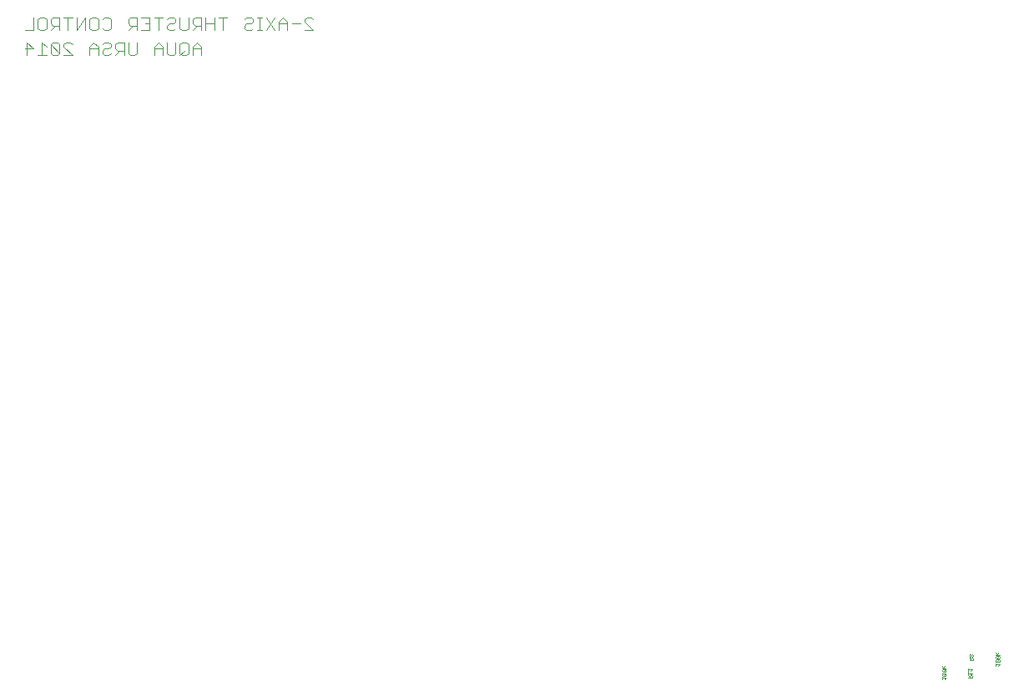
<source format=gbo>
G75*
G70*
%OFA0B0*%
%FSLAX24Y24*%
%IPPOS*%
%LPD*%
%AMOC8*
5,1,8,0,0,1.08239X$1,22.5*
%
%ADD10C,0.0040*%
%ADD11C,0.0010*%
D10*
X004089Y036121D02*
X004089Y036641D01*
X004350Y036381D01*
X004003Y036381D01*
X004518Y036121D02*
X004865Y036121D01*
X004692Y036121D02*
X004692Y036641D01*
X004865Y036468D01*
X005034Y036555D02*
X005381Y036208D01*
X005294Y036121D01*
X005121Y036121D01*
X005034Y036208D01*
X005034Y036555D01*
X005121Y036641D01*
X005294Y036641D01*
X005381Y036555D01*
X005381Y036208D01*
X005550Y036121D02*
X005897Y036121D01*
X005550Y036468D01*
X005550Y036555D01*
X005636Y036641D01*
X005810Y036641D01*
X005897Y036555D01*
X006581Y036468D02*
X006581Y036121D01*
X006581Y036381D02*
X006928Y036381D01*
X006928Y036468D02*
X006754Y036641D01*
X006581Y036468D01*
X006928Y036468D02*
X006928Y036121D01*
X007097Y036208D02*
X007183Y036121D01*
X007357Y036121D01*
X007444Y036208D01*
X007612Y036121D02*
X007786Y036295D01*
X007699Y036295D02*
X007959Y036295D01*
X007959Y036121D02*
X007959Y036641D01*
X007699Y036641D01*
X007612Y036555D01*
X007612Y036381D01*
X007699Y036295D01*
X007444Y036468D02*
X007357Y036381D01*
X007183Y036381D01*
X007097Y036295D01*
X007097Y036208D01*
X007097Y036555D02*
X007183Y036641D01*
X007357Y036641D01*
X007444Y036555D01*
X007444Y036468D01*
X007357Y037121D02*
X007183Y037121D01*
X007097Y037208D01*
X006928Y037208D02*
X006841Y037121D01*
X006668Y037121D01*
X006581Y037208D01*
X006581Y037555D01*
X006668Y037641D01*
X006841Y037641D01*
X006928Y037555D01*
X006928Y037208D01*
X007097Y037555D02*
X007183Y037641D01*
X007357Y037641D01*
X007444Y037555D01*
X007444Y037208D01*
X007357Y037121D01*
X008128Y037121D02*
X008301Y037295D01*
X008215Y037295D02*
X008475Y037295D01*
X008475Y037121D02*
X008475Y037641D01*
X008215Y037641D01*
X008128Y037555D01*
X008128Y037381D01*
X008215Y037295D01*
X008643Y037121D02*
X008990Y037121D01*
X008990Y037641D01*
X008643Y037641D01*
X008817Y037381D02*
X008990Y037381D01*
X009159Y037641D02*
X009506Y037641D01*
X009333Y037641D02*
X009333Y037121D01*
X009675Y037208D02*
X009761Y037121D01*
X009935Y037121D01*
X010022Y037208D01*
X010190Y037208D02*
X010190Y037641D01*
X010022Y037555D02*
X010022Y037468D01*
X009935Y037381D01*
X009761Y037381D01*
X009675Y037295D01*
X009675Y037208D01*
X009675Y037555D02*
X009761Y037641D01*
X009935Y037641D01*
X010022Y037555D01*
X010190Y037208D02*
X010277Y037121D01*
X010451Y037121D01*
X010537Y037208D01*
X010537Y037641D01*
X010706Y037555D02*
X010706Y037381D01*
X010793Y037295D01*
X011053Y037295D01*
X010880Y037295D02*
X010706Y037121D01*
X011053Y037121D02*
X011053Y037641D01*
X010793Y037641D01*
X010706Y037555D01*
X011222Y037641D02*
X011222Y037121D01*
X011222Y037381D02*
X011569Y037381D01*
X011569Y037121D02*
X011569Y037641D01*
X011737Y037641D02*
X012084Y037641D01*
X011911Y037641D02*
X011911Y037121D01*
X012769Y037208D02*
X012855Y037121D01*
X013029Y037121D01*
X013116Y037208D01*
X013286Y037121D02*
X013459Y037121D01*
X013373Y037121D02*
X013373Y037641D01*
X013459Y037641D02*
X013286Y037641D01*
X013116Y037555D02*
X013116Y037468D01*
X013029Y037381D01*
X012855Y037381D01*
X012769Y037295D01*
X012769Y037208D01*
X012769Y037555D02*
X012855Y037641D01*
X013029Y037641D01*
X013116Y037555D01*
X013628Y037641D02*
X013975Y037121D01*
X014144Y037121D02*
X014144Y037468D01*
X014317Y037641D01*
X014491Y037468D01*
X014491Y037121D01*
X014491Y037381D02*
X014144Y037381D01*
X013975Y037641D02*
X013628Y037121D01*
X014659Y037381D02*
X015006Y037381D01*
X015175Y037468D02*
X015175Y037555D01*
X015262Y037641D01*
X015435Y037641D01*
X015522Y037555D01*
X015175Y037468D02*
X015522Y037121D01*
X015175Y037121D01*
X011053Y036468D02*
X011053Y036121D01*
X011053Y036381D02*
X010706Y036381D01*
X010706Y036468D02*
X010706Y036121D01*
X010537Y036208D02*
X010537Y036555D01*
X010451Y036641D01*
X010277Y036641D01*
X010190Y036555D01*
X010190Y036208D01*
X010277Y036121D01*
X010451Y036121D01*
X010537Y036208D01*
X010364Y036295D02*
X010190Y036121D01*
X010022Y036208D02*
X010022Y036641D01*
X009675Y036641D02*
X009675Y036208D01*
X009761Y036121D01*
X009935Y036121D01*
X010022Y036208D01*
X009506Y036121D02*
X009506Y036468D01*
X009333Y036641D01*
X009159Y036468D01*
X009159Y036121D01*
X009159Y036381D02*
X009506Y036381D01*
X008475Y036208D02*
X008388Y036121D01*
X008215Y036121D01*
X008128Y036208D01*
X008128Y036641D01*
X008475Y036641D02*
X008475Y036208D01*
X006412Y037121D02*
X006412Y037641D01*
X006065Y037121D01*
X006065Y037641D01*
X005897Y037641D02*
X005550Y037641D01*
X005381Y037641D02*
X005121Y037641D01*
X005034Y037555D01*
X005034Y037381D01*
X005121Y037295D01*
X005381Y037295D01*
X005207Y037295D02*
X005034Y037121D01*
X004865Y037208D02*
X004779Y037121D01*
X004605Y037121D01*
X004518Y037208D01*
X004518Y037555D01*
X004605Y037641D01*
X004779Y037641D01*
X004865Y037555D01*
X004865Y037208D01*
X004350Y037121D02*
X004350Y037641D01*
X004350Y037121D02*
X004003Y037121D01*
X005381Y037121D02*
X005381Y037641D01*
X005723Y037641D02*
X005723Y037121D01*
X010706Y036468D02*
X010880Y036641D01*
X011053Y036468D01*
D11*
X040639Y011296D02*
X040639Y011196D01*
X040639Y011246D02*
X040789Y011246D01*
X040739Y011196D01*
X040764Y011343D02*
X040789Y011368D01*
X040789Y011418D01*
X040764Y011443D01*
X040664Y011343D01*
X040639Y011368D01*
X040639Y011418D01*
X040664Y011443D01*
X040764Y011443D01*
X040764Y011491D02*
X040789Y011516D01*
X040789Y011566D01*
X040764Y011591D01*
X040664Y011491D01*
X040639Y011516D01*
X040639Y011566D01*
X040664Y011591D01*
X040764Y011591D01*
X040789Y011638D02*
X040639Y011638D01*
X040689Y011638D02*
X040739Y011713D01*
X040689Y011638D02*
X040639Y011713D01*
X040664Y011491D02*
X040764Y011491D01*
X040764Y011343D02*
X040664Y011343D01*
X041689Y011346D02*
X041739Y011296D01*
X041739Y011321D02*
X041739Y011246D01*
X041689Y011246D02*
X041839Y011246D01*
X041839Y011321D01*
X041814Y011346D01*
X041764Y011346D01*
X041739Y011321D01*
X041689Y011393D02*
X041689Y011493D01*
X041689Y011541D02*
X041689Y011641D01*
X041689Y011591D02*
X041839Y011591D01*
X041789Y011541D01*
X041839Y011443D02*
X041689Y011443D01*
X041789Y011393D02*
X041839Y011443D01*
X041879Y011951D02*
X041879Y012026D01*
X041854Y012051D01*
X041804Y012051D01*
X041779Y012026D01*
X041779Y011951D01*
X041729Y011951D02*
X041879Y011951D01*
X041779Y012001D02*
X041729Y012051D01*
X041754Y012099D02*
X041779Y012099D01*
X041804Y012124D01*
X041804Y012174D01*
X041779Y012199D01*
X041754Y012199D01*
X041729Y012174D01*
X041729Y012124D01*
X041754Y012099D01*
X041804Y012124D02*
X041829Y012099D01*
X041854Y012099D01*
X041879Y012124D01*
X041879Y012174D01*
X041854Y012199D01*
X041829Y012199D01*
X041804Y012174D01*
X042779Y012173D02*
X042929Y012173D01*
X042904Y012126D02*
X042804Y012026D01*
X042779Y012051D01*
X042779Y012101D01*
X042804Y012126D01*
X042904Y012126D01*
X042929Y012101D01*
X042929Y012051D01*
X042904Y012026D01*
X042804Y012026D01*
X042804Y011979D02*
X042779Y011954D01*
X042779Y011904D01*
X042804Y011879D01*
X042904Y011979D01*
X042804Y011979D01*
X042904Y011979D02*
X042929Y011954D01*
X042929Y011904D01*
X042904Y011879D01*
X042804Y011879D01*
X042779Y011831D02*
X042779Y011731D01*
X042779Y011781D02*
X042929Y011781D01*
X042879Y011731D01*
X042829Y012173D02*
X042879Y012248D01*
X042829Y012173D02*
X042779Y012248D01*
M02*

</source>
